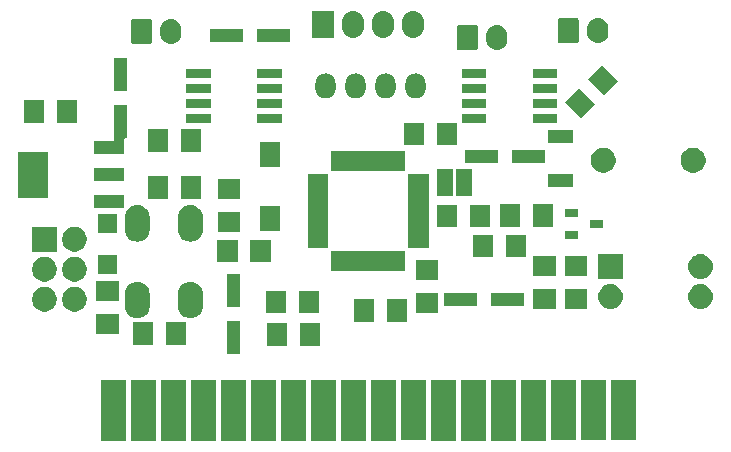
<source format=gbr>
G04 #@! TF.GenerationSoftware,KiCad,Pcbnew,(5.1.4)-1*
G04 #@! TF.CreationDate,2021-02-09T20:39:42-03:00*
G04 #@! TF.ProjectId,Eucalyptus,45756361-6c79-4707-9475-732e6b696361,rev?*
G04 #@! TF.SameCoordinates,Original*
G04 #@! TF.FileFunction,Soldermask,Top*
G04 #@! TF.FilePolarity,Negative*
%FSLAX46Y46*%
G04 Gerber Fmt 4.6, Leading zero omitted, Abs format (unit mm)*
G04 Created by KiCad (PCBNEW (5.1.4)-1) date 2021-02-09 20:39:42*
%MOMM*%
%LPD*%
G04 APERTURE LIST*
%ADD10C,0.100000*%
G04 APERTURE END LIST*
D10*
G36*
X135036000Y-131932000D02*
G01*
X132934000Y-131932000D01*
X132934000Y-126830000D01*
X135036000Y-126830000D01*
X135036000Y-131932000D01*
X135036000Y-131932000D01*
G37*
G36*
X132496000Y-131932000D02*
G01*
X130394000Y-131932000D01*
X130394000Y-126830000D01*
X132496000Y-126830000D01*
X132496000Y-131932000D01*
X132496000Y-131932000D01*
G37*
G36*
X107096000Y-131932000D02*
G01*
X104994000Y-131932000D01*
X104994000Y-126830000D01*
X107096000Y-126830000D01*
X107096000Y-131932000D01*
X107096000Y-131932000D01*
G37*
G36*
X109636000Y-131932000D02*
G01*
X107534000Y-131932000D01*
X107534000Y-126830000D01*
X109636000Y-126830000D01*
X109636000Y-131932000D01*
X109636000Y-131932000D01*
G37*
G36*
X112176000Y-131932000D02*
G01*
X110074000Y-131932000D01*
X110074000Y-126830000D01*
X112176000Y-126830000D01*
X112176000Y-131932000D01*
X112176000Y-131932000D01*
G37*
G36*
X99476000Y-131932000D02*
G01*
X97374000Y-131932000D01*
X97374000Y-126830000D01*
X99476000Y-126830000D01*
X99476000Y-131932000D01*
X99476000Y-131932000D01*
G37*
G36*
X102016000Y-131932000D02*
G01*
X99914000Y-131932000D01*
X99914000Y-126830000D01*
X102016000Y-126830000D01*
X102016000Y-131932000D01*
X102016000Y-131932000D01*
G37*
G36*
X104556000Y-131932000D02*
G01*
X102454000Y-131932000D01*
X102454000Y-126830000D01*
X104556000Y-126830000D01*
X104556000Y-131932000D01*
X104556000Y-131932000D01*
G37*
G36*
X127416000Y-131932000D02*
G01*
X125314000Y-131932000D01*
X125314000Y-126830000D01*
X127416000Y-126830000D01*
X127416000Y-131932000D01*
X127416000Y-131932000D01*
G37*
G36*
X122336000Y-131932000D02*
G01*
X120234000Y-131932000D01*
X120234000Y-126830000D01*
X122336000Y-126830000D01*
X122336000Y-131932000D01*
X122336000Y-131932000D01*
G37*
G36*
X114716000Y-131932000D02*
G01*
X112614000Y-131932000D01*
X112614000Y-126830000D01*
X114716000Y-126830000D01*
X114716000Y-131932000D01*
X114716000Y-131932000D01*
G37*
G36*
X119796000Y-131932000D02*
G01*
X117694000Y-131932000D01*
X117694000Y-126830000D01*
X119796000Y-126830000D01*
X119796000Y-131932000D01*
X119796000Y-131932000D01*
G37*
G36*
X129956000Y-131932000D02*
G01*
X127854000Y-131932000D01*
X127854000Y-126830000D01*
X129956000Y-126830000D01*
X129956000Y-131932000D01*
X129956000Y-131932000D01*
G37*
G36*
X117256000Y-131932000D02*
G01*
X115154000Y-131932000D01*
X115154000Y-126830000D01*
X117256000Y-126830000D01*
X117256000Y-131932000D01*
X117256000Y-131932000D01*
G37*
G36*
X140116000Y-131908000D02*
G01*
X138014000Y-131908000D01*
X138014000Y-126806000D01*
X140116000Y-126806000D01*
X140116000Y-131908000D01*
X140116000Y-131908000D01*
G37*
G36*
X137576000Y-131908000D02*
G01*
X135474000Y-131908000D01*
X135474000Y-126806000D01*
X137576000Y-126806000D01*
X137576000Y-131908000D01*
X137576000Y-131908000D01*
G37*
G36*
X142656000Y-131908000D02*
G01*
X140554000Y-131908000D01*
X140554000Y-126806000D01*
X142656000Y-126806000D01*
X142656000Y-131908000D01*
X142656000Y-131908000D01*
G37*
G36*
X124876000Y-131908000D02*
G01*
X122774000Y-131908000D01*
X122774000Y-126806000D01*
X124876000Y-126806000D01*
X124876000Y-131908000D01*
X124876000Y-131908000D01*
G37*
G36*
X109136000Y-124622500D02*
G01*
X108034000Y-124622500D01*
X108034000Y-121820500D01*
X109136000Y-121820500D01*
X109136000Y-124622500D01*
X109136000Y-124622500D01*
G37*
G36*
X113119100Y-123888700D02*
G01*
X111416900Y-123888700D01*
X111416900Y-121983300D01*
X113119100Y-121983300D01*
X113119100Y-123888700D01*
X113119100Y-123888700D01*
G37*
G36*
X115913100Y-123888700D02*
G01*
X114210900Y-123888700D01*
X114210900Y-121983300D01*
X115913100Y-121983300D01*
X115913100Y-123888700D01*
X115913100Y-123888700D01*
G37*
G36*
X101787100Y-123802700D02*
G01*
X100084900Y-123802700D01*
X100084900Y-121897300D01*
X101787100Y-121897300D01*
X101787100Y-123802700D01*
X101787100Y-123802700D01*
G37*
G36*
X104581100Y-123802700D02*
G01*
X102878900Y-123802700D01*
X102878900Y-121897300D01*
X104581100Y-121897300D01*
X104581100Y-123802700D01*
X104581100Y-123802700D01*
G37*
G36*
X98869700Y-122898100D02*
G01*
X96964300Y-122898100D01*
X96964300Y-121195900D01*
X98869700Y-121195900D01*
X98869700Y-122898100D01*
X98869700Y-122898100D01*
G37*
G36*
X123279100Y-121856700D02*
G01*
X121576900Y-121856700D01*
X121576900Y-119951300D01*
X123279100Y-119951300D01*
X123279100Y-121856700D01*
X123279100Y-121856700D01*
G37*
G36*
X120485100Y-121856700D02*
G01*
X118782900Y-121856700D01*
X118782900Y-119951300D01*
X120485100Y-119951300D01*
X120485100Y-121856700D01*
X120485100Y-121856700D01*
G37*
G36*
X105135531Y-118490707D02*
G01*
X105333645Y-118550805D01*
X105333648Y-118550806D01*
X105399530Y-118586021D01*
X105516229Y-118648397D01*
X105676265Y-118779735D01*
X105807603Y-118939771D01*
X105808201Y-118940890D01*
X105905194Y-119122351D01*
X105905194Y-119122352D01*
X105905195Y-119122354D01*
X105965293Y-119320468D01*
X105980500Y-119474870D01*
X105980500Y-120578130D01*
X105965293Y-120732532D01*
X105919683Y-120882885D01*
X105905194Y-120930649D01*
X105853439Y-121027475D01*
X105807603Y-121113229D01*
X105676265Y-121273265D01*
X105516229Y-121404603D01*
X105430475Y-121450439D01*
X105333649Y-121502194D01*
X105333646Y-121502195D01*
X105135532Y-121562293D01*
X104929500Y-121582585D01*
X104723469Y-121562293D01*
X104525355Y-121502195D01*
X104525352Y-121502194D01*
X104428526Y-121450439D01*
X104342772Y-121404603D01*
X104182736Y-121273265D01*
X104051398Y-121113229D01*
X104028684Y-121070735D01*
X103953805Y-120930647D01*
X103893707Y-120732530D01*
X103878500Y-120578131D01*
X103878500Y-119474870D01*
X103893707Y-119320471D01*
X103893707Y-119320469D01*
X103953805Y-119122355D01*
X103953806Y-119122352D01*
X103989021Y-119056470D01*
X104051397Y-118939771D01*
X104182735Y-118779735D01*
X104342771Y-118648397D01*
X104428525Y-118602561D01*
X104525351Y-118550806D01*
X104525354Y-118550805D01*
X104723468Y-118490707D01*
X104929500Y-118470415D01*
X105135531Y-118490707D01*
X105135531Y-118490707D01*
G37*
G36*
X100635531Y-118490707D02*
G01*
X100833645Y-118550805D01*
X100833648Y-118550806D01*
X100899530Y-118586021D01*
X101016229Y-118648397D01*
X101176265Y-118779735D01*
X101307603Y-118939771D01*
X101308201Y-118940890D01*
X101405194Y-119122351D01*
X101405194Y-119122352D01*
X101405195Y-119122354D01*
X101465293Y-119320468D01*
X101480500Y-119474870D01*
X101480500Y-120578130D01*
X101465293Y-120732532D01*
X101419683Y-120882885D01*
X101405194Y-120930649D01*
X101353439Y-121027475D01*
X101307603Y-121113229D01*
X101176265Y-121273265D01*
X101016229Y-121404603D01*
X100930475Y-121450439D01*
X100833649Y-121502194D01*
X100833646Y-121502195D01*
X100635532Y-121562293D01*
X100429500Y-121582585D01*
X100223469Y-121562293D01*
X100025355Y-121502195D01*
X100025352Y-121502194D01*
X99928526Y-121450439D01*
X99842772Y-121404603D01*
X99682736Y-121273265D01*
X99551398Y-121113229D01*
X99528684Y-121070735D01*
X99453805Y-120930647D01*
X99393707Y-120732530D01*
X99378500Y-120578131D01*
X99378500Y-119474870D01*
X99393707Y-119320471D01*
X99393707Y-119320469D01*
X99453805Y-119122355D01*
X99453806Y-119122352D01*
X99489021Y-119056470D01*
X99551397Y-118939771D01*
X99682735Y-118779735D01*
X99842771Y-118648397D01*
X99928525Y-118602561D01*
X100025351Y-118550806D01*
X100025354Y-118550805D01*
X100223468Y-118490707D01*
X100429500Y-118470415D01*
X100635531Y-118490707D01*
X100635531Y-118490707D01*
G37*
G36*
X115821101Y-121149701D02*
G01*
X114118901Y-121149701D01*
X114118901Y-119244301D01*
X115821101Y-119244301D01*
X115821101Y-121149701D01*
X115821101Y-121149701D01*
G37*
G36*
X113027101Y-121149701D02*
G01*
X111324901Y-121149701D01*
X111324901Y-119244301D01*
X113027101Y-119244301D01*
X113027101Y-121149701D01*
X113027101Y-121149701D01*
G37*
G36*
X125920700Y-121120100D02*
G01*
X124015300Y-121120100D01*
X124015300Y-119417900D01*
X125920700Y-119417900D01*
X125920700Y-121120100D01*
X125920700Y-121120100D01*
G37*
G36*
X95429564Y-118940889D02*
G01*
X95620833Y-119020115D01*
X95620835Y-119020116D01*
X95792973Y-119135135D01*
X95939365Y-119281527D01*
X96030487Y-119417900D01*
X96054385Y-119453667D01*
X96133611Y-119644936D01*
X96174000Y-119847984D01*
X96174000Y-120055016D01*
X96133611Y-120258064D01*
X96105169Y-120326729D01*
X96054384Y-120449335D01*
X95939365Y-120621473D01*
X95792973Y-120767865D01*
X95620835Y-120882884D01*
X95620834Y-120882885D01*
X95620833Y-120882885D01*
X95429564Y-120962111D01*
X95226516Y-121002500D01*
X95019484Y-121002500D01*
X94816436Y-120962111D01*
X94625167Y-120882885D01*
X94625166Y-120882885D01*
X94625165Y-120882884D01*
X94453027Y-120767865D01*
X94306635Y-120621473D01*
X94191616Y-120449335D01*
X94140831Y-120326729D01*
X94112389Y-120258064D01*
X94072000Y-120055016D01*
X94072000Y-119847984D01*
X94112389Y-119644936D01*
X94191615Y-119453667D01*
X94215514Y-119417900D01*
X94306635Y-119281527D01*
X94453027Y-119135135D01*
X94625165Y-119020116D01*
X94625167Y-119020115D01*
X94816436Y-118940889D01*
X95019484Y-118900500D01*
X95226516Y-118900500D01*
X95429564Y-118940889D01*
X95429564Y-118940889D01*
G37*
G36*
X92889564Y-118940889D02*
G01*
X93080833Y-119020115D01*
X93080835Y-119020116D01*
X93252973Y-119135135D01*
X93399365Y-119281527D01*
X93490487Y-119417900D01*
X93514385Y-119453667D01*
X93593611Y-119644936D01*
X93634000Y-119847984D01*
X93634000Y-120055016D01*
X93593611Y-120258064D01*
X93565169Y-120326729D01*
X93514384Y-120449335D01*
X93399365Y-120621473D01*
X93252973Y-120767865D01*
X93080835Y-120882884D01*
X93080834Y-120882885D01*
X93080833Y-120882885D01*
X92889564Y-120962111D01*
X92686516Y-121002500D01*
X92479484Y-121002500D01*
X92276436Y-120962111D01*
X92085167Y-120882885D01*
X92085166Y-120882885D01*
X92085165Y-120882884D01*
X91913027Y-120767865D01*
X91766635Y-120621473D01*
X91651616Y-120449335D01*
X91600831Y-120326729D01*
X91572389Y-120258064D01*
X91532000Y-120055016D01*
X91532000Y-119847984D01*
X91572389Y-119644936D01*
X91651615Y-119453667D01*
X91675514Y-119417900D01*
X91766635Y-119281527D01*
X91913027Y-119135135D01*
X92085165Y-119020116D01*
X92085167Y-119020115D01*
X92276436Y-118940889D01*
X92479484Y-118900500D01*
X92686516Y-118900500D01*
X92889564Y-118940889D01*
X92889564Y-118940889D01*
G37*
G36*
X135890200Y-120802600D02*
G01*
X133984800Y-120802600D01*
X133984800Y-119100400D01*
X135890200Y-119100400D01*
X135890200Y-120802600D01*
X135890200Y-120802600D01*
G37*
G36*
X138557200Y-120802600D02*
G01*
X136651800Y-120802600D01*
X136651800Y-119100400D01*
X138557200Y-119100400D01*
X138557200Y-120802600D01*
X138557200Y-120802600D01*
G37*
G36*
X148223097Y-118694069D02*
G01*
X148326032Y-118704207D01*
X148524146Y-118764305D01*
X148524149Y-118764306D01*
X148553014Y-118779735D01*
X148706729Y-118861897D01*
X148866765Y-118993235D01*
X148998103Y-119153271D01*
X149043939Y-119239025D01*
X149095694Y-119335851D01*
X149095695Y-119335854D01*
X149155793Y-119533968D01*
X149176085Y-119740000D01*
X149155793Y-119946032D01*
X149107843Y-120104100D01*
X149095694Y-120144149D01*
X149043939Y-120240975D01*
X148998103Y-120326729D01*
X148866765Y-120486765D01*
X148706729Y-120618103D01*
X148620975Y-120663939D01*
X148524149Y-120715694D01*
X148524146Y-120715695D01*
X148326032Y-120775793D01*
X148223097Y-120785931D01*
X148171631Y-120791000D01*
X148068369Y-120791000D01*
X148016903Y-120785931D01*
X147913968Y-120775793D01*
X147715854Y-120715695D01*
X147715851Y-120715694D01*
X147619025Y-120663939D01*
X147533271Y-120618103D01*
X147373235Y-120486765D01*
X147241897Y-120326729D01*
X147196061Y-120240975D01*
X147144306Y-120144149D01*
X147132157Y-120104100D01*
X147084207Y-119946032D01*
X147063915Y-119740000D01*
X147084207Y-119533968D01*
X147144305Y-119335854D01*
X147144306Y-119335851D01*
X147196061Y-119239025D01*
X147241897Y-119153271D01*
X147373235Y-118993235D01*
X147533271Y-118861897D01*
X147686986Y-118779735D01*
X147715851Y-118764306D01*
X147715854Y-118764305D01*
X147913968Y-118704207D01*
X148016903Y-118694069D01*
X148068369Y-118689000D01*
X148171631Y-118689000D01*
X148223097Y-118694069D01*
X148223097Y-118694069D01*
G37*
G36*
X140603097Y-118694069D02*
G01*
X140706032Y-118704207D01*
X140904146Y-118764305D01*
X140904149Y-118764306D01*
X140933014Y-118779735D01*
X141086729Y-118861897D01*
X141246765Y-118993235D01*
X141378103Y-119153271D01*
X141423939Y-119239025D01*
X141475694Y-119335851D01*
X141475695Y-119335854D01*
X141535793Y-119533968D01*
X141556085Y-119740000D01*
X141535793Y-119946032D01*
X141487843Y-120104100D01*
X141475694Y-120144149D01*
X141423939Y-120240975D01*
X141378103Y-120326729D01*
X141246765Y-120486765D01*
X141086729Y-120618103D01*
X141000975Y-120663939D01*
X140904149Y-120715694D01*
X140904146Y-120715695D01*
X140706032Y-120775793D01*
X140603097Y-120785931D01*
X140551631Y-120791000D01*
X140448369Y-120791000D01*
X140396903Y-120785931D01*
X140293968Y-120775793D01*
X140095854Y-120715695D01*
X140095851Y-120715694D01*
X139999025Y-120663939D01*
X139913271Y-120618103D01*
X139753235Y-120486765D01*
X139621897Y-120326729D01*
X139576061Y-120240975D01*
X139524306Y-120144149D01*
X139512157Y-120104100D01*
X139464207Y-119946032D01*
X139443915Y-119740000D01*
X139464207Y-119533968D01*
X139524305Y-119335854D01*
X139524306Y-119335851D01*
X139576061Y-119239025D01*
X139621897Y-119153271D01*
X139753235Y-118993235D01*
X139913271Y-118861897D01*
X140066986Y-118779735D01*
X140095851Y-118764306D01*
X140095854Y-118764305D01*
X140293968Y-118704207D01*
X140396903Y-118694069D01*
X140448369Y-118689000D01*
X140551631Y-118689000D01*
X140603097Y-118694069D01*
X140603097Y-118694069D01*
G37*
G36*
X109136000Y-120622500D02*
G01*
X108034000Y-120622500D01*
X108034000Y-117820500D01*
X109136000Y-117820500D01*
X109136000Y-120622500D01*
X109136000Y-120622500D01*
G37*
G36*
X129195000Y-120566000D02*
G01*
X126393000Y-120566000D01*
X126393000Y-119464000D01*
X129195000Y-119464000D01*
X129195000Y-120566000D01*
X129195000Y-120566000D01*
G37*
G36*
X133195000Y-120566000D02*
G01*
X130393000Y-120566000D01*
X130393000Y-119464000D01*
X133195000Y-119464000D01*
X133195000Y-120566000D01*
X133195000Y-120566000D01*
G37*
G36*
X98869700Y-120104100D02*
G01*
X96964300Y-120104100D01*
X96964300Y-118401900D01*
X98869700Y-118401900D01*
X98869700Y-120104100D01*
X98869700Y-120104100D01*
G37*
G36*
X95429564Y-116400889D02*
G01*
X95620833Y-116480115D01*
X95620835Y-116480116D01*
X95792973Y-116595135D01*
X95939365Y-116741527D01*
X96054385Y-116913667D01*
X96133611Y-117104936D01*
X96174000Y-117307984D01*
X96174000Y-117515016D01*
X96133611Y-117718064D01*
X96085862Y-117833340D01*
X96054384Y-117909335D01*
X95939365Y-118081473D01*
X95792973Y-118227865D01*
X95620835Y-118342884D01*
X95620834Y-118342885D01*
X95620833Y-118342885D01*
X95429564Y-118422111D01*
X95226516Y-118462500D01*
X95019484Y-118462500D01*
X94816436Y-118422111D01*
X94625167Y-118342885D01*
X94625166Y-118342885D01*
X94625165Y-118342884D01*
X94453027Y-118227865D01*
X94306635Y-118081473D01*
X94191616Y-117909335D01*
X94160138Y-117833340D01*
X94112389Y-117718064D01*
X94072000Y-117515016D01*
X94072000Y-117307984D01*
X94112389Y-117104936D01*
X94191615Y-116913667D01*
X94306635Y-116741527D01*
X94453027Y-116595135D01*
X94625165Y-116480116D01*
X94625167Y-116480115D01*
X94816436Y-116400889D01*
X95019484Y-116360500D01*
X95226516Y-116360500D01*
X95429564Y-116400889D01*
X95429564Y-116400889D01*
G37*
G36*
X92889564Y-116400889D02*
G01*
X93080833Y-116480115D01*
X93080835Y-116480116D01*
X93252973Y-116595135D01*
X93399365Y-116741527D01*
X93514385Y-116913667D01*
X93593611Y-117104936D01*
X93634000Y-117307984D01*
X93634000Y-117515016D01*
X93593611Y-117718064D01*
X93545862Y-117833340D01*
X93514384Y-117909335D01*
X93399365Y-118081473D01*
X93252973Y-118227865D01*
X93080835Y-118342884D01*
X93080834Y-118342885D01*
X93080833Y-118342885D01*
X92889564Y-118422111D01*
X92686516Y-118462500D01*
X92479484Y-118462500D01*
X92276436Y-118422111D01*
X92085167Y-118342885D01*
X92085166Y-118342885D01*
X92085165Y-118342884D01*
X91913027Y-118227865D01*
X91766635Y-118081473D01*
X91651616Y-117909335D01*
X91620138Y-117833340D01*
X91572389Y-117718064D01*
X91532000Y-117515016D01*
X91532000Y-117307984D01*
X91572389Y-117104936D01*
X91651615Y-116913667D01*
X91766635Y-116741527D01*
X91913027Y-116595135D01*
X92085165Y-116480116D01*
X92085167Y-116480115D01*
X92276436Y-116400889D01*
X92479484Y-116360500D01*
X92686516Y-116360500D01*
X92889564Y-116400889D01*
X92889564Y-116400889D01*
G37*
G36*
X125920700Y-118326100D02*
G01*
X124015300Y-118326100D01*
X124015300Y-116623900D01*
X125920700Y-116623900D01*
X125920700Y-118326100D01*
X125920700Y-118326100D01*
G37*
G36*
X148223097Y-116154069D02*
G01*
X148326032Y-116164207D01*
X148524146Y-116224305D01*
X148524149Y-116224306D01*
X148620975Y-116276061D01*
X148706729Y-116321897D01*
X148866765Y-116453235D01*
X148998103Y-116613271D01*
X149003784Y-116623900D01*
X149095694Y-116795851D01*
X149095695Y-116795854D01*
X149155793Y-116993968D01*
X149176085Y-117200000D01*
X149155793Y-117406032D01*
X149096649Y-117601000D01*
X149095694Y-117604149D01*
X149043939Y-117700975D01*
X148998103Y-117786729D01*
X148866765Y-117946765D01*
X148706729Y-118078103D01*
X148620975Y-118123939D01*
X148524149Y-118175694D01*
X148524146Y-118175695D01*
X148326032Y-118235793D01*
X148223097Y-118245931D01*
X148171631Y-118251000D01*
X148068369Y-118251000D01*
X148016903Y-118245931D01*
X147913968Y-118235793D01*
X147715854Y-118175695D01*
X147715851Y-118175694D01*
X147619025Y-118123939D01*
X147533271Y-118078103D01*
X147373235Y-117946765D01*
X147241897Y-117786729D01*
X147196061Y-117700975D01*
X147144306Y-117604149D01*
X147143351Y-117601000D01*
X147084207Y-117406032D01*
X147063915Y-117200000D01*
X147084207Y-116993968D01*
X147144305Y-116795854D01*
X147144306Y-116795851D01*
X147236216Y-116623900D01*
X147241897Y-116613271D01*
X147373235Y-116453235D01*
X147533271Y-116321897D01*
X147619025Y-116276061D01*
X147715851Y-116224306D01*
X147715854Y-116224305D01*
X147913968Y-116164207D01*
X148016903Y-116154069D01*
X148068369Y-116149000D01*
X148171631Y-116149000D01*
X148223097Y-116154069D01*
X148223097Y-116154069D01*
G37*
G36*
X141551000Y-118251000D02*
G01*
X139449000Y-118251000D01*
X139449000Y-116149000D01*
X141551000Y-116149000D01*
X141551000Y-118251000D01*
X141551000Y-118251000D01*
G37*
G36*
X138557200Y-118008600D02*
G01*
X136651800Y-118008600D01*
X136651800Y-116306400D01*
X138557200Y-116306400D01*
X138557200Y-118008600D01*
X138557200Y-118008600D01*
G37*
G36*
X135890200Y-118008600D02*
G01*
X133984800Y-118008600D01*
X133984800Y-116306400D01*
X135890200Y-116306400D01*
X135890200Y-118008600D01*
X135890200Y-118008600D01*
G37*
G36*
X98717300Y-117833340D02*
G01*
X97116700Y-117833340D01*
X97116700Y-116232740D01*
X98717300Y-116232740D01*
X98717300Y-117833340D01*
X98717300Y-117833340D01*
G37*
G36*
X123126000Y-117601000D02*
G01*
X116874000Y-117601000D01*
X116874000Y-115899000D01*
X123126000Y-115899000D01*
X123126000Y-117601000D01*
X123126000Y-117601000D01*
G37*
G36*
X111722100Y-116840200D02*
G01*
X110019900Y-116840200D01*
X110019900Y-114934800D01*
X111722100Y-114934800D01*
X111722100Y-116840200D01*
X111722100Y-116840200D01*
G37*
G36*
X108928100Y-116840200D02*
G01*
X107225900Y-116840200D01*
X107225900Y-114934800D01*
X108928100Y-114934800D01*
X108928100Y-116840200D01*
X108928100Y-116840200D01*
G37*
G36*
X133337500Y-116421100D02*
G01*
X131635300Y-116421100D01*
X131635300Y-114515700D01*
X133337500Y-114515700D01*
X133337500Y-116421100D01*
X133337500Y-116421100D01*
G37*
G36*
X130543500Y-116421100D02*
G01*
X128841300Y-116421100D01*
X128841300Y-114515700D01*
X130543500Y-114515700D01*
X130543500Y-116421100D01*
X130543500Y-116421100D01*
G37*
G36*
X93634000Y-115922500D02*
G01*
X91532000Y-115922500D01*
X91532000Y-113820500D01*
X93634000Y-113820500D01*
X93634000Y-115922500D01*
X93634000Y-115922500D01*
G37*
G36*
X95429564Y-113860889D02*
G01*
X95620833Y-113940115D01*
X95620835Y-113940116D01*
X95792973Y-114055135D01*
X95939365Y-114201527D01*
X95979839Y-114262100D01*
X96054385Y-114373667D01*
X96133611Y-114564936D01*
X96174000Y-114767984D01*
X96174000Y-114975016D01*
X96133611Y-115178064D01*
X96054385Y-115369333D01*
X96054384Y-115369335D01*
X95939365Y-115541473D01*
X95792973Y-115687865D01*
X95620835Y-115802884D01*
X95620834Y-115802885D01*
X95620833Y-115802885D01*
X95429564Y-115882111D01*
X95226516Y-115922500D01*
X95019484Y-115922500D01*
X94816436Y-115882111D01*
X94625167Y-115802885D01*
X94625166Y-115802885D01*
X94625165Y-115802884D01*
X94453027Y-115687865D01*
X94306635Y-115541473D01*
X94191616Y-115369335D01*
X94191615Y-115369333D01*
X94112389Y-115178064D01*
X94072000Y-114975016D01*
X94072000Y-114767984D01*
X94112389Y-114564936D01*
X94191615Y-114373667D01*
X94266162Y-114262100D01*
X94306635Y-114201527D01*
X94453027Y-114055135D01*
X94625165Y-113940116D01*
X94625167Y-113940115D01*
X94816436Y-113860889D01*
X95019484Y-113820500D01*
X95226516Y-113820500D01*
X95429564Y-113860889D01*
X95429564Y-113860889D01*
G37*
G36*
X116601000Y-115626000D02*
G01*
X114899000Y-115626000D01*
X114899000Y-109374000D01*
X116601000Y-109374000D01*
X116601000Y-115626000D01*
X116601000Y-115626000D01*
G37*
G36*
X125101000Y-115626000D02*
G01*
X123399000Y-115626000D01*
X123399000Y-109374000D01*
X125101000Y-109374000D01*
X125101000Y-115626000D01*
X125101000Y-115626000D01*
G37*
G36*
X100635531Y-111990707D02*
G01*
X100833645Y-112050805D01*
X100833648Y-112050806D01*
X100899530Y-112086021D01*
X101016229Y-112148397D01*
X101176265Y-112279735D01*
X101307603Y-112439771D01*
X101307604Y-112439773D01*
X101405194Y-112622351D01*
X101405194Y-112622352D01*
X101405195Y-112622354D01*
X101465293Y-112820468D01*
X101480500Y-112974870D01*
X101480500Y-114078130D01*
X101465293Y-114232532D01*
X101405195Y-114430646D01*
X101405194Y-114430649D01*
X101359733Y-114515700D01*
X101307603Y-114613229D01*
X101176265Y-114773265D01*
X101016229Y-114904603D01*
X100959734Y-114934800D01*
X100833649Y-115002194D01*
X100833646Y-115002195D01*
X100635532Y-115062293D01*
X100429500Y-115082585D01*
X100223469Y-115062293D01*
X100025355Y-115002195D01*
X100025352Y-115002194D01*
X99899267Y-114934800D01*
X99842772Y-114904603D01*
X99682736Y-114773265D01*
X99551398Y-114613229D01*
X99525584Y-114564935D01*
X99453805Y-114430647D01*
X99393707Y-114232530D01*
X99378500Y-114078131D01*
X99378500Y-112974870D01*
X99393707Y-112820471D01*
X99393707Y-112820469D01*
X99453805Y-112622355D01*
X99453806Y-112622352D01*
X99489021Y-112556470D01*
X99551397Y-112439771D01*
X99682735Y-112279735D01*
X99842771Y-112148397D01*
X99955392Y-112088200D01*
X100025351Y-112050806D01*
X100025354Y-112050805D01*
X100223468Y-111990707D01*
X100429500Y-111970415D01*
X100635531Y-111990707D01*
X100635531Y-111990707D01*
G37*
G36*
X105135531Y-111990707D02*
G01*
X105333645Y-112050805D01*
X105333648Y-112050806D01*
X105399530Y-112086021D01*
X105516229Y-112148397D01*
X105676265Y-112279735D01*
X105807603Y-112439771D01*
X105807604Y-112439773D01*
X105905194Y-112622351D01*
X105905194Y-112622352D01*
X105905195Y-112622354D01*
X105965293Y-112820468D01*
X105980500Y-112974870D01*
X105980500Y-114078130D01*
X105965293Y-114232532D01*
X105905195Y-114430646D01*
X105905194Y-114430649D01*
X105859733Y-114515700D01*
X105807603Y-114613229D01*
X105676265Y-114773265D01*
X105516229Y-114904603D01*
X105459734Y-114934800D01*
X105333649Y-115002194D01*
X105333646Y-115002195D01*
X105135532Y-115062293D01*
X104929500Y-115082585D01*
X104723469Y-115062293D01*
X104525355Y-115002195D01*
X104525352Y-115002194D01*
X104399267Y-114934800D01*
X104342772Y-114904603D01*
X104182736Y-114773265D01*
X104051398Y-114613229D01*
X104025584Y-114564935D01*
X103953805Y-114430647D01*
X103893707Y-114232530D01*
X103878500Y-114078131D01*
X103878500Y-112974870D01*
X103893707Y-112820471D01*
X103893707Y-112820469D01*
X103953805Y-112622355D01*
X103953806Y-112622352D01*
X103989021Y-112556470D01*
X104051397Y-112439771D01*
X104182735Y-112279735D01*
X104342771Y-112148397D01*
X104455392Y-112088200D01*
X104525351Y-112050806D01*
X104525354Y-112050805D01*
X104723468Y-111990707D01*
X104929500Y-111970415D01*
X105135531Y-111990707D01*
X105135531Y-111990707D01*
G37*
G36*
X137721540Y-114892020D02*
G01*
X136618780Y-114892020D01*
X136618780Y-114190580D01*
X137721540Y-114190580D01*
X137721540Y-114892020D01*
X137721540Y-114892020D01*
G37*
G36*
X98717300Y-114338300D02*
G01*
X97116700Y-114338300D01*
X97116700Y-112737700D01*
X98717300Y-112737700D01*
X98717300Y-114338300D01*
X98717300Y-114338300D01*
G37*
G36*
X109156700Y-114262100D02*
G01*
X107251300Y-114262100D01*
X107251300Y-112559900D01*
X109156700Y-112559900D01*
X109156700Y-114262100D01*
X109156700Y-114262100D01*
G37*
G36*
X112509400Y-114190200D02*
G01*
X110807400Y-114190200D01*
X110807400Y-112088200D01*
X112509400Y-112088200D01*
X112509400Y-114190200D01*
X112509400Y-114190200D01*
G37*
G36*
X139834820Y-113939520D02*
G01*
X138732060Y-113939520D01*
X138732060Y-113238080D01*
X139834820Y-113238080D01*
X139834820Y-113939520D01*
X139834820Y-113939520D01*
G37*
G36*
X127546300Y-113881100D02*
G01*
X125844100Y-113881100D01*
X125844100Y-111975700D01*
X127546300Y-111975700D01*
X127546300Y-113881100D01*
X127546300Y-113881100D01*
G37*
G36*
X130340300Y-113881100D02*
G01*
X128638100Y-113881100D01*
X128638100Y-111975700D01*
X130340300Y-111975700D01*
X130340300Y-113881100D01*
X130340300Y-113881100D01*
G37*
G36*
X135623500Y-113830300D02*
G01*
X133921300Y-113830300D01*
X133921300Y-111924900D01*
X135623500Y-111924900D01*
X135623500Y-113830300D01*
X135623500Y-113830300D01*
G37*
G36*
X132829500Y-113830300D02*
G01*
X131127300Y-113830300D01*
X131127300Y-111924900D01*
X132829500Y-111924900D01*
X132829500Y-113830300D01*
X132829500Y-113830300D01*
G37*
G36*
X137721540Y-112987020D02*
G01*
X136618780Y-112987020D01*
X136618780Y-112285580D01*
X137721540Y-112285580D01*
X137721540Y-112987020D01*
X137721540Y-112987020D01*
G37*
G36*
X99293000Y-112261500D02*
G01*
X96791000Y-112261500D01*
X96791000Y-111159500D01*
X99293000Y-111159500D01*
X99293000Y-112261500D01*
X99293000Y-112261500D01*
G37*
G36*
X109156700Y-111468100D02*
G01*
X107251300Y-111468100D01*
X107251300Y-109765900D01*
X109156700Y-109765900D01*
X109156700Y-111468100D01*
X109156700Y-111468100D01*
G37*
G36*
X103035300Y-111442700D02*
G01*
X101333100Y-111442700D01*
X101333100Y-109537300D01*
X103035300Y-109537300D01*
X103035300Y-111442700D01*
X103035300Y-111442700D01*
G37*
G36*
X105829300Y-111442700D02*
G01*
X104127100Y-111442700D01*
X104127100Y-109537300D01*
X105829300Y-109537300D01*
X105829300Y-111442700D01*
X105829300Y-111442700D01*
G37*
G36*
X92843000Y-111361500D02*
G01*
X90341000Y-111361500D01*
X90341000Y-107459500D01*
X92843000Y-107459500D01*
X92843000Y-111361500D01*
X92843000Y-111361500D01*
G37*
G36*
X128743000Y-111244200D02*
G01*
X127441000Y-111244200D01*
X127441000Y-108942200D01*
X128743000Y-108942200D01*
X128743000Y-111244200D01*
X128743000Y-111244200D01*
G37*
G36*
X127143000Y-111244200D02*
G01*
X125841000Y-111244200D01*
X125841000Y-108942200D01*
X127143000Y-108942200D01*
X127143000Y-111244200D01*
X127143000Y-111244200D01*
G37*
G36*
X137296090Y-110452100D02*
G01*
X135195110Y-110452100D01*
X135195110Y-109349340D01*
X137296090Y-109349340D01*
X137296090Y-110452100D01*
X137296090Y-110452100D01*
G37*
G36*
X99293000Y-109961500D02*
G01*
X96791000Y-109961500D01*
X96791000Y-108859500D01*
X99293000Y-108859500D01*
X99293000Y-109961500D01*
X99293000Y-109961500D01*
G37*
G36*
X140207064Y-107193389D02*
G01*
X140398333Y-107272615D01*
X140398335Y-107272616D01*
X140511454Y-107348200D01*
X140570473Y-107387635D01*
X140716865Y-107534027D01*
X140831885Y-107706167D01*
X140911111Y-107897436D01*
X140951500Y-108100484D01*
X140951500Y-108307516D01*
X140911111Y-108510564D01*
X140831885Y-108701833D01*
X140831884Y-108701835D01*
X140716865Y-108873973D01*
X140570473Y-109020365D01*
X140398335Y-109135384D01*
X140398334Y-109135385D01*
X140398333Y-109135385D01*
X140207064Y-109214611D01*
X140004016Y-109255000D01*
X139796984Y-109255000D01*
X139593936Y-109214611D01*
X139402667Y-109135385D01*
X139402666Y-109135385D01*
X139402665Y-109135384D01*
X139230527Y-109020365D01*
X139084135Y-108873973D01*
X138969116Y-108701835D01*
X138969115Y-108701833D01*
X138889889Y-108510564D01*
X138849500Y-108307516D01*
X138849500Y-108100484D01*
X138889889Y-107897436D01*
X138969115Y-107706167D01*
X139084135Y-107534027D01*
X139230527Y-107387635D01*
X139289546Y-107348200D01*
X139402665Y-107272616D01*
X139402667Y-107272615D01*
X139593936Y-107193389D01*
X139796984Y-107153000D01*
X140004016Y-107153000D01*
X140207064Y-107193389D01*
X140207064Y-107193389D01*
G37*
G36*
X147807064Y-107193389D02*
G01*
X147998333Y-107272615D01*
X147998335Y-107272616D01*
X148111454Y-107348200D01*
X148170473Y-107387635D01*
X148316865Y-107534027D01*
X148431885Y-107706167D01*
X148511111Y-107897436D01*
X148551500Y-108100484D01*
X148551500Y-108307516D01*
X148511111Y-108510564D01*
X148431885Y-108701833D01*
X148431884Y-108701835D01*
X148316865Y-108873973D01*
X148170473Y-109020365D01*
X147998335Y-109135384D01*
X147998334Y-109135385D01*
X147998333Y-109135385D01*
X147807064Y-109214611D01*
X147604016Y-109255000D01*
X147396984Y-109255000D01*
X147193936Y-109214611D01*
X147002667Y-109135385D01*
X147002666Y-109135385D01*
X147002665Y-109135384D01*
X146830527Y-109020365D01*
X146684135Y-108873973D01*
X146569116Y-108701835D01*
X146569115Y-108701833D01*
X146489889Y-108510564D01*
X146449500Y-108307516D01*
X146449500Y-108100484D01*
X146489889Y-107897436D01*
X146569115Y-107706167D01*
X146684135Y-107534027D01*
X146830527Y-107387635D01*
X146889546Y-107348200D01*
X147002665Y-107272616D01*
X147002667Y-107272615D01*
X147193936Y-107193389D01*
X147396984Y-107153000D01*
X147604016Y-107153000D01*
X147807064Y-107193389D01*
X147807064Y-107193389D01*
G37*
G36*
X123126000Y-109101000D02*
G01*
X116874000Y-109101000D01*
X116874000Y-107399000D01*
X123126000Y-107399000D01*
X123126000Y-109101000D01*
X123126000Y-109101000D01*
G37*
G36*
X112509400Y-108790200D02*
G01*
X110807400Y-108790200D01*
X110807400Y-106688200D01*
X112509400Y-106688200D01*
X112509400Y-108790200D01*
X112509400Y-108790200D01*
G37*
G36*
X130954200Y-108450200D02*
G01*
X128152200Y-108450200D01*
X128152200Y-107348200D01*
X130954200Y-107348200D01*
X130954200Y-108450200D01*
X130954200Y-108450200D01*
G37*
G36*
X134954200Y-108450200D02*
G01*
X132152200Y-108450200D01*
X132152200Y-107348200D01*
X134954200Y-107348200D01*
X134954200Y-108450200D01*
X134954200Y-108450200D01*
G37*
G36*
X99611000Y-106334500D02*
G01*
X99417999Y-106334500D01*
X99393613Y-106336902D01*
X99370164Y-106344015D01*
X99348553Y-106355566D01*
X99329611Y-106371111D01*
X99314066Y-106390053D01*
X99302515Y-106411664D01*
X99295402Y-106435113D01*
X99293000Y-106459499D01*
X99293000Y-107661500D01*
X96791000Y-107661500D01*
X96791000Y-106559500D01*
X98384001Y-106559500D01*
X98408387Y-106557098D01*
X98431836Y-106549985D01*
X98453447Y-106538434D01*
X98472389Y-106522889D01*
X98487934Y-106503947D01*
X98499485Y-106482336D01*
X98506598Y-106458887D01*
X98509000Y-106434501D01*
X98509000Y-103532500D01*
X99611000Y-103532500D01*
X99611000Y-106334500D01*
X99611000Y-106334500D01*
G37*
G36*
X103009900Y-107480300D02*
G01*
X101307700Y-107480300D01*
X101307700Y-105574900D01*
X103009900Y-105574900D01*
X103009900Y-107480300D01*
X103009900Y-107480300D01*
G37*
G36*
X105803900Y-107480300D02*
G01*
X104101700Y-107480300D01*
X104101700Y-105574900D01*
X105803900Y-105574900D01*
X105803900Y-107480300D01*
X105803900Y-107480300D01*
G37*
G36*
X127495500Y-106921500D02*
G01*
X125793300Y-106921500D01*
X125793300Y-105016100D01*
X127495500Y-105016100D01*
X127495500Y-106921500D01*
X127495500Y-106921500D01*
G37*
G36*
X124701500Y-106921500D02*
G01*
X122999300Y-106921500D01*
X122999300Y-105016100D01*
X124701500Y-105016100D01*
X124701500Y-106921500D01*
X124701500Y-106921500D01*
G37*
G36*
X137296090Y-106753860D02*
G01*
X135195110Y-106753860D01*
X135195110Y-105651100D01*
X137296090Y-105651100D01*
X137296090Y-106753860D01*
X137296090Y-106753860D01*
G37*
G36*
X106699500Y-105054600D02*
G01*
X104597500Y-105054600D01*
X104597500Y-104241400D01*
X106699500Y-104241400D01*
X106699500Y-105054600D01*
X106699500Y-105054600D01*
G37*
G36*
X112699500Y-105054600D02*
G01*
X110597500Y-105054600D01*
X110597500Y-104241400D01*
X112699500Y-104241400D01*
X112699500Y-105054600D01*
X112699500Y-105054600D01*
G37*
G36*
X130004000Y-105054600D02*
G01*
X127902000Y-105054600D01*
X127902000Y-104241400D01*
X130004000Y-104241400D01*
X130004000Y-105054600D01*
X130004000Y-105054600D01*
G37*
G36*
X136004000Y-105054600D02*
G01*
X133902000Y-105054600D01*
X133902000Y-104241400D01*
X136004000Y-104241400D01*
X136004000Y-105054600D01*
X136004000Y-105054600D01*
G37*
G36*
X95339100Y-105029200D02*
G01*
X93636900Y-105029200D01*
X93636900Y-103123800D01*
X95339100Y-103123800D01*
X95339100Y-105029200D01*
X95339100Y-105029200D01*
G37*
G36*
X92545100Y-105029200D02*
G01*
X90842900Y-105029200D01*
X90842900Y-103123800D01*
X92545100Y-103123800D01*
X92545100Y-105029200D01*
X92545100Y-105029200D01*
G37*
G36*
X139197479Y-103449842D02*
G01*
X137993842Y-104653479D01*
X136646521Y-103306158D01*
X137850158Y-102102521D01*
X139197479Y-103449842D01*
X139197479Y-103449842D01*
G37*
G36*
X130004000Y-103784600D02*
G01*
X127902000Y-103784600D01*
X127902000Y-102971400D01*
X130004000Y-102971400D01*
X130004000Y-103784600D01*
X130004000Y-103784600D01*
G37*
G36*
X112699500Y-103784600D02*
G01*
X110597500Y-103784600D01*
X110597500Y-102971400D01*
X112699500Y-102971400D01*
X112699500Y-103784600D01*
X112699500Y-103784600D01*
G37*
G36*
X106699500Y-103784600D02*
G01*
X104597500Y-103784600D01*
X104597500Y-102971400D01*
X106699500Y-102971400D01*
X106699500Y-103784600D01*
X106699500Y-103784600D01*
G37*
G36*
X136004000Y-103784600D02*
G01*
X133902000Y-103784600D01*
X133902000Y-102971400D01*
X136004000Y-102971400D01*
X136004000Y-103784600D01*
X136004000Y-103784600D01*
G37*
G36*
X119086822Y-100861313D02*
G01*
X119247241Y-100909976D01*
X119395077Y-100988995D01*
X119524659Y-101095341D01*
X119631004Y-101224922D01*
X119631005Y-101224924D01*
X119710024Y-101372758D01*
X119758687Y-101533177D01*
X119771000Y-101658196D01*
X119771000Y-102141803D01*
X119758687Y-102266822D01*
X119710024Y-102427242D01*
X119663330Y-102514600D01*
X119631004Y-102575078D01*
X119524659Y-102704659D01*
X119395078Y-102811004D01*
X119395076Y-102811005D01*
X119247242Y-102890024D01*
X119086823Y-102938687D01*
X118920000Y-102955117D01*
X118753178Y-102938687D01*
X118592759Y-102890024D01*
X118444925Y-102811005D01*
X118444923Y-102811004D01*
X118315342Y-102704659D01*
X118208996Y-102575078D01*
X118176670Y-102514600D01*
X118129976Y-102427242D01*
X118081313Y-102266823D01*
X118069000Y-102141804D01*
X118069000Y-101658197D01*
X118081313Y-101533178D01*
X118129976Y-101372759D01*
X118208995Y-101224923D01*
X118315341Y-101095341D01*
X118444922Y-100988996D01*
X118460094Y-100980886D01*
X118592758Y-100909976D01*
X118753177Y-100861313D01*
X118920000Y-100844883D01*
X119086822Y-100861313D01*
X119086822Y-100861313D01*
G37*
G36*
X116546822Y-100861313D02*
G01*
X116707241Y-100909976D01*
X116855077Y-100988995D01*
X116984659Y-101095341D01*
X117091004Y-101224922D01*
X117091005Y-101224924D01*
X117170024Y-101372758D01*
X117218687Y-101533177D01*
X117231000Y-101658196D01*
X117231000Y-102141803D01*
X117218687Y-102266822D01*
X117170024Y-102427242D01*
X117123330Y-102514600D01*
X117091004Y-102575078D01*
X116984659Y-102704659D01*
X116855078Y-102811004D01*
X116855076Y-102811005D01*
X116707242Y-102890024D01*
X116546823Y-102938687D01*
X116380000Y-102955117D01*
X116213178Y-102938687D01*
X116052759Y-102890024D01*
X115904925Y-102811005D01*
X115904923Y-102811004D01*
X115775342Y-102704659D01*
X115668996Y-102575078D01*
X115636670Y-102514600D01*
X115589976Y-102427242D01*
X115541313Y-102266823D01*
X115529000Y-102141804D01*
X115529000Y-101658197D01*
X115541313Y-101533178D01*
X115589976Y-101372759D01*
X115668995Y-101224923D01*
X115775341Y-101095341D01*
X115904922Y-100988996D01*
X115920094Y-100980886D01*
X116052758Y-100909976D01*
X116213177Y-100861313D01*
X116380000Y-100844883D01*
X116546822Y-100861313D01*
X116546822Y-100861313D01*
G37*
G36*
X121626822Y-100861313D02*
G01*
X121787241Y-100909976D01*
X121935077Y-100988995D01*
X122064659Y-101095341D01*
X122171004Y-101224922D01*
X122171005Y-101224924D01*
X122250024Y-101372758D01*
X122298687Y-101533177D01*
X122311000Y-101658196D01*
X122311000Y-102141803D01*
X122298687Y-102266822D01*
X122250024Y-102427242D01*
X122203330Y-102514600D01*
X122171004Y-102575078D01*
X122064659Y-102704659D01*
X121935078Y-102811004D01*
X121935076Y-102811005D01*
X121787242Y-102890024D01*
X121626823Y-102938687D01*
X121460000Y-102955117D01*
X121293178Y-102938687D01*
X121132759Y-102890024D01*
X120984925Y-102811005D01*
X120984923Y-102811004D01*
X120855342Y-102704659D01*
X120748996Y-102575078D01*
X120716670Y-102514600D01*
X120669976Y-102427242D01*
X120621313Y-102266823D01*
X120609000Y-102141804D01*
X120609000Y-101658197D01*
X120621313Y-101533178D01*
X120669976Y-101372759D01*
X120748995Y-101224923D01*
X120855341Y-101095341D01*
X120984922Y-100988996D01*
X121000094Y-100980886D01*
X121132758Y-100909976D01*
X121293177Y-100861313D01*
X121460000Y-100844883D01*
X121626822Y-100861313D01*
X121626822Y-100861313D01*
G37*
G36*
X124166822Y-100861313D02*
G01*
X124327241Y-100909976D01*
X124475077Y-100988995D01*
X124604659Y-101095341D01*
X124711004Y-101224922D01*
X124711005Y-101224924D01*
X124790024Y-101372758D01*
X124838687Y-101533177D01*
X124851000Y-101658196D01*
X124851000Y-102141803D01*
X124838687Y-102266822D01*
X124790024Y-102427242D01*
X124743330Y-102514600D01*
X124711004Y-102575078D01*
X124604659Y-102704659D01*
X124475078Y-102811004D01*
X124475076Y-102811005D01*
X124327242Y-102890024D01*
X124166823Y-102938687D01*
X124000000Y-102955117D01*
X123833178Y-102938687D01*
X123672759Y-102890024D01*
X123524925Y-102811005D01*
X123524923Y-102811004D01*
X123395342Y-102704659D01*
X123288996Y-102575078D01*
X123256670Y-102514600D01*
X123209976Y-102427242D01*
X123161313Y-102266823D01*
X123149000Y-102141804D01*
X123149000Y-101658197D01*
X123161313Y-101533178D01*
X123209976Y-101372759D01*
X123288995Y-101224923D01*
X123395341Y-101095341D01*
X123524922Y-100988996D01*
X123540094Y-100980886D01*
X123672758Y-100909976D01*
X123833177Y-100861313D01*
X124000000Y-100844883D01*
X124166822Y-100861313D01*
X124166822Y-100861313D01*
G37*
G36*
X141173135Y-101474186D02*
G01*
X139969498Y-102677823D01*
X138622177Y-101330502D01*
X139825814Y-100126865D01*
X141173135Y-101474186D01*
X141173135Y-101474186D01*
G37*
G36*
X106699500Y-102514600D02*
G01*
X104597500Y-102514600D01*
X104597500Y-101701400D01*
X106699500Y-101701400D01*
X106699500Y-102514600D01*
X106699500Y-102514600D01*
G37*
G36*
X130004000Y-102514600D02*
G01*
X127902000Y-102514600D01*
X127902000Y-101701400D01*
X130004000Y-101701400D01*
X130004000Y-102514600D01*
X130004000Y-102514600D01*
G37*
G36*
X136004000Y-102514600D02*
G01*
X133902000Y-102514600D01*
X133902000Y-101701400D01*
X136004000Y-101701400D01*
X136004000Y-102514600D01*
X136004000Y-102514600D01*
G37*
G36*
X112699500Y-102514600D02*
G01*
X110597500Y-102514600D01*
X110597500Y-101701400D01*
X112699500Y-101701400D01*
X112699500Y-102514600D01*
X112699500Y-102514600D01*
G37*
G36*
X99611000Y-102334500D02*
G01*
X98509000Y-102334500D01*
X98509000Y-99532500D01*
X99611000Y-99532500D01*
X99611000Y-102334500D01*
X99611000Y-102334500D01*
G37*
G36*
X136004000Y-101244600D02*
G01*
X133902000Y-101244600D01*
X133902000Y-100431400D01*
X136004000Y-100431400D01*
X136004000Y-101244600D01*
X136004000Y-101244600D01*
G37*
G36*
X106699500Y-101244600D02*
G01*
X104597500Y-101244600D01*
X104597500Y-100431400D01*
X106699500Y-100431400D01*
X106699500Y-101244600D01*
X106699500Y-101244600D01*
G37*
G36*
X112699500Y-101244600D02*
G01*
X110597500Y-101244600D01*
X110597500Y-100431400D01*
X112699500Y-100431400D01*
X112699500Y-101244600D01*
X112699500Y-101244600D01*
G37*
G36*
X130004000Y-101244600D02*
G01*
X127902000Y-101244600D01*
X127902000Y-100431400D01*
X130004000Y-100431400D01*
X130004000Y-101244600D01*
X130004000Y-101244600D01*
G37*
G36*
X131051626Y-96762037D02*
G01*
X131221465Y-96813557D01*
X131221467Y-96813558D01*
X131377989Y-96897221D01*
X131515186Y-97009814D01*
X131594556Y-97106528D01*
X131627778Y-97147009D01*
X131627779Y-97147011D01*
X131699441Y-97281079D01*
X131711443Y-97303534D01*
X131762963Y-97473373D01*
X131776000Y-97605742D01*
X131776000Y-97994257D01*
X131762963Y-98126626D01*
X131711443Y-98296466D01*
X131627778Y-98452991D01*
X131598448Y-98488729D01*
X131515186Y-98590186D01*
X131420250Y-98668097D01*
X131377991Y-98702778D01*
X131221466Y-98786443D01*
X131051627Y-98837963D01*
X130875000Y-98855359D01*
X130698374Y-98837963D01*
X130528535Y-98786443D01*
X130372010Y-98702778D01*
X130234815Y-98590185D01*
X130122222Y-98452991D01*
X130055363Y-98327908D01*
X130038558Y-98296468D01*
X130036092Y-98288339D01*
X129987037Y-98126627D01*
X129974000Y-97994258D01*
X129974000Y-97605743D01*
X129987037Y-97473374D01*
X130038557Y-97303535D01*
X130122222Y-97147010D01*
X130122223Y-97147009D01*
X130234814Y-97009814D01*
X130336271Y-96926552D01*
X130372009Y-96897222D01*
X130528534Y-96813557D01*
X130698373Y-96762037D01*
X130875000Y-96744641D01*
X131051626Y-96762037D01*
X131051626Y-96762037D01*
G37*
G36*
X129133600Y-96752989D02*
G01*
X129166652Y-96763015D01*
X129197103Y-96779292D01*
X129223799Y-96801201D01*
X129245708Y-96827897D01*
X129261985Y-96858348D01*
X129272011Y-96891400D01*
X129276000Y-96931903D01*
X129276000Y-98668097D01*
X129272011Y-98708600D01*
X129261985Y-98741652D01*
X129245708Y-98772103D01*
X129223799Y-98798799D01*
X129197103Y-98820708D01*
X129166652Y-98836985D01*
X129133600Y-98847011D01*
X129093097Y-98851000D01*
X127656903Y-98851000D01*
X127616400Y-98847011D01*
X127583348Y-98836985D01*
X127552897Y-98820708D01*
X127526201Y-98798799D01*
X127504292Y-98772103D01*
X127488015Y-98741652D01*
X127477989Y-98708600D01*
X127474000Y-98668097D01*
X127474000Y-96931903D01*
X127477989Y-96891400D01*
X127488015Y-96858348D01*
X127504292Y-96827897D01*
X127526201Y-96801201D01*
X127552897Y-96779292D01*
X127583348Y-96763015D01*
X127616400Y-96752989D01*
X127656903Y-96749000D01*
X129093097Y-96749000D01*
X129133600Y-96752989D01*
X129133600Y-96752989D01*
G37*
G36*
X103451126Y-96244037D02*
G01*
X103620965Y-96295557D01*
X103620967Y-96295558D01*
X103777489Y-96379221D01*
X103914686Y-96491814D01*
X103980499Y-96572009D01*
X104027278Y-96629009D01*
X104027279Y-96629011D01*
X104098384Y-96762037D01*
X104110943Y-96785534D01*
X104162463Y-96955373D01*
X104175500Y-97087742D01*
X104175500Y-97476257D01*
X104162463Y-97608626D01*
X104110943Y-97778466D01*
X104027278Y-97934991D01*
X103997948Y-97970729D01*
X103914686Y-98072186D01*
X103819750Y-98150097D01*
X103777491Y-98184778D01*
X103620966Y-98268443D01*
X103451127Y-98319963D01*
X103274500Y-98337359D01*
X103097874Y-98319963D01*
X102928035Y-98268443D01*
X102771510Y-98184778D01*
X102634315Y-98072185D01*
X102521722Y-97934991D01*
X102469666Y-97837601D01*
X102438058Y-97778468D01*
X102420767Y-97721467D01*
X102386537Y-97608627D01*
X102373500Y-97476258D01*
X102373500Y-97087743D01*
X102386537Y-96955374D01*
X102438057Y-96785535D01*
X102455453Y-96752989D01*
X102521721Y-96629011D01*
X102634314Y-96491814D01*
X102735771Y-96408552D01*
X102771509Y-96379222D01*
X102928034Y-96295557D01*
X103097873Y-96244037D01*
X103274500Y-96226641D01*
X103451126Y-96244037D01*
X103451126Y-96244037D01*
G37*
G36*
X101533100Y-96234989D02*
G01*
X101566152Y-96245015D01*
X101596603Y-96261292D01*
X101623299Y-96283201D01*
X101645208Y-96309897D01*
X101661485Y-96340348D01*
X101671511Y-96373400D01*
X101675500Y-96413903D01*
X101675500Y-98150097D01*
X101671511Y-98190600D01*
X101661485Y-98223652D01*
X101645208Y-98254103D01*
X101623299Y-98280799D01*
X101596603Y-98302708D01*
X101566152Y-98318985D01*
X101533100Y-98329011D01*
X101492597Y-98333000D01*
X100056403Y-98333000D01*
X100015900Y-98329011D01*
X99982848Y-98318985D01*
X99952397Y-98302708D01*
X99925701Y-98280799D01*
X99903792Y-98254103D01*
X99887515Y-98223652D01*
X99877489Y-98190600D01*
X99873500Y-98150097D01*
X99873500Y-96413903D01*
X99877489Y-96373400D01*
X99887515Y-96340348D01*
X99903792Y-96309897D01*
X99925701Y-96283201D01*
X99952397Y-96261292D01*
X99982848Y-96245015D01*
X100015900Y-96234989D01*
X100056403Y-96231000D01*
X101492597Y-96231000D01*
X101533100Y-96234989D01*
X101533100Y-96234989D01*
G37*
G36*
X139601626Y-96187037D02*
G01*
X139771465Y-96238557D01*
X139771467Y-96238558D01*
X139927989Y-96322221D01*
X140065186Y-96434814D01*
X140115399Y-96496000D01*
X140177778Y-96572009D01*
X140261443Y-96728534D01*
X140312963Y-96898373D01*
X140326000Y-97030742D01*
X140326000Y-97419257D01*
X140312963Y-97551626D01*
X140261443Y-97721466D01*
X140177778Y-97877991D01*
X140148448Y-97913729D01*
X140065186Y-98015186D01*
X139995731Y-98072185D01*
X139927991Y-98127778D01*
X139771466Y-98211443D01*
X139601627Y-98262963D01*
X139425000Y-98280359D01*
X139248374Y-98262963D01*
X139078535Y-98211443D01*
X138922010Y-98127778D01*
X138784815Y-98015185D01*
X138672222Y-97877991D01*
X138588557Y-97721466D01*
X138537037Y-97551627D01*
X138526235Y-97441947D01*
X138524000Y-97419260D01*
X138524000Y-97030741D01*
X138537037Y-96898376D01*
X138537037Y-96898374D01*
X138588557Y-96728535D01*
X138641754Y-96629011D01*
X138672221Y-96572011D01*
X138784814Y-96434814D01*
X138899923Y-96340348D01*
X138922009Y-96322222D01*
X139078534Y-96238557D01*
X139248373Y-96187037D01*
X139425000Y-96169641D01*
X139601626Y-96187037D01*
X139601626Y-96187037D01*
G37*
G36*
X137683600Y-96177989D02*
G01*
X137716652Y-96188015D01*
X137747103Y-96204292D01*
X137773799Y-96226201D01*
X137795708Y-96252897D01*
X137811985Y-96283348D01*
X137822011Y-96316400D01*
X137826000Y-96356903D01*
X137826000Y-98093097D01*
X137822011Y-98133600D01*
X137811985Y-98166652D01*
X137795708Y-98197103D01*
X137773799Y-98223799D01*
X137747103Y-98245708D01*
X137716652Y-98261985D01*
X137683600Y-98272011D01*
X137643097Y-98276000D01*
X136206903Y-98276000D01*
X136166400Y-98272011D01*
X136133348Y-98261985D01*
X136102897Y-98245708D01*
X136076201Y-98223799D01*
X136054292Y-98197103D01*
X136038015Y-98166652D01*
X136027989Y-98133600D01*
X136024000Y-98093097D01*
X136024000Y-96356903D01*
X136027989Y-96316400D01*
X136038015Y-96283348D01*
X136054292Y-96252897D01*
X136076201Y-96226201D01*
X136102897Y-96204292D01*
X136133348Y-96188015D01*
X136166400Y-96177989D01*
X136206903Y-96174000D01*
X137643097Y-96174000D01*
X137683600Y-96177989D01*
X137683600Y-96177989D01*
G37*
G36*
X113383000Y-98150500D02*
G01*
X110581000Y-98150500D01*
X110581000Y-97048500D01*
X113383000Y-97048500D01*
X113383000Y-98150500D01*
X113383000Y-98150500D01*
G37*
G36*
X109383000Y-98150500D02*
G01*
X106581000Y-98150500D01*
X106581000Y-97048500D01*
X109383000Y-97048500D01*
X109383000Y-98150500D01*
X109383000Y-98150500D01*
G37*
G36*
X118901528Y-95562398D02*
G01*
X119076074Y-95615347D01*
X119236950Y-95701336D01*
X119377949Y-95817051D01*
X119493667Y-95958053D01*
X119579652Y-96118921D01*
X119632602Y-96293471D01*
X119646000Y-96429510D01*
X119646000Y-96970489D01*
X119632602Y-97106528D01*
X119579653Y-97281074D01*
X119579651Y-97281079D01*
X119493666Y-97441947D01*
X119493664Y-97441950D01*
X119377949Y-97582949D01*
X119236947Y-97698667D01*
X119076079Y-97784652D01*
X118901529Y-97837602D01*
X118720000Y-97855480D01*
X118538472Y-97837602D01*
X118363922Y-97784652D01*
X118203054Y-97698667D01*
X118062052Y-97582949D01*
X117946334Y-97441946D01*
X117860348Y-97281079D01*
X117807398Y-97106529D01*
X117794000Y-96970490D01*
X117794000Y-96429511D01*
X117807398Y-96293472D01*
X117860347Y-96118926D01*
X117946336Y-95958050D01*
X118062051Y-95817051D01*
X118203053Y-95701333D01*
X118363921Y-95615348D01*
X118538471Y-95562398D01*
X118720000Y-95544520D01*
X118901528Y-95562398D01*
X118901528Y-95562398D01*
G37*
G36*
X121441528Y-95562398D02*
G01*
X121616074Y-95615347D01*
X121776950Y-95701336D01*
X121917949Y-95817051D01*
X122033667Y-95958053D01*
X122119652Y-96118921D01*
X122172602Y-96293471D01*
X122186000Y-96429510D01*
X122186000Y-96970489D01*
X122172602Y-97106528D01*
X122119653Y-97281074D01*
X122119651Y-97281079D01*
X122033666Y-97441947D01*
X122033664Y-97441950D01*
X121917949Y-97582949D01*
X121776947Y-97698667D01*
X121616079Y-97784652D01*
X121441529Y-97837602D01*
X121260000Y-97855480D01*
X121078472Y-97837602D01*
X120903922Y-97784652D01*
X120743054Y-97698667D01*
X120602052Y-97582949D01*
X120486334Y-97441946D01*
X120400348Y-97281079D01*
X120347398Y-97106529D01*
X120334000Y-96970490D01*
X120334000Y-96429511D01*
X120347398Y-96293472D01*
X120400347Y-96118926D01*
X120486336Y-95958050D01*
X120602051Y-95817051D01*
X120743053Y-95701333D01*
X120903921Y-95615348D01*
X121078471Y-95562398D01*
X121260000Y-95544520D01*
X121441528Y-95562398D01*
X121441528Y-95562398D01*
G37*
G36*
X123981528Y-95562398D02*
G01*
X124156074Y-95615347D01*
X124316950Y-95701336D01*
X124457949Y-95817051D01*
X124573667Y-95958053D01*
X124659652Y-96118921D01*
X124712602Y-96293471D01*
X124726000Y-96429510D01*
X124726000Y-96970489D01*
X124712602Y-97106528D01*
X124659653Y-97281074D01*
X124659651Y-97281079D01*
X124573666Y-97441947D01*
X124573664Y-97441950D01*
X124457949Y-97582949D01*
X124316947Y-97698667D01*
X124156079Y-97784652D01*
X123981529Y-97837602D01*
X123800000Y-97855480D01*
X123618472Y-97837602D01*
X123443922Y-97784652D01*
X123283054Y-97698667D01*
X123142052Y-97582949D01*
X123026334Y-97441946D01*
X122940348Y-97281079D01*
X122887398Y-97106529D01*
X122874000Y-96970490D01*
X122874000Y-96429511D01*
X122887398Y-96293472D01*
X122940347Y-96118926D01*
X123026336Y-95958050D01*
X123142051Y-95817051D01*
X123283053Y-95701333D01*
X123443921Y-95615348D01*
X123618471Y-95562398D01*
X123800000Y-95544520D01*
X123981528Y-95562398D01*
X123981528Y-95562398D01*
G37*
G36*
X117106000Y-97851000D02*
G01*
X115254000Y-97851000D01*
X115254000Y-95549000D01*
X117106000Y-95549000D01*
X117106000Y-97851000D01*
X117106000Y-97851000D01*
G37*
M02*

</source>
